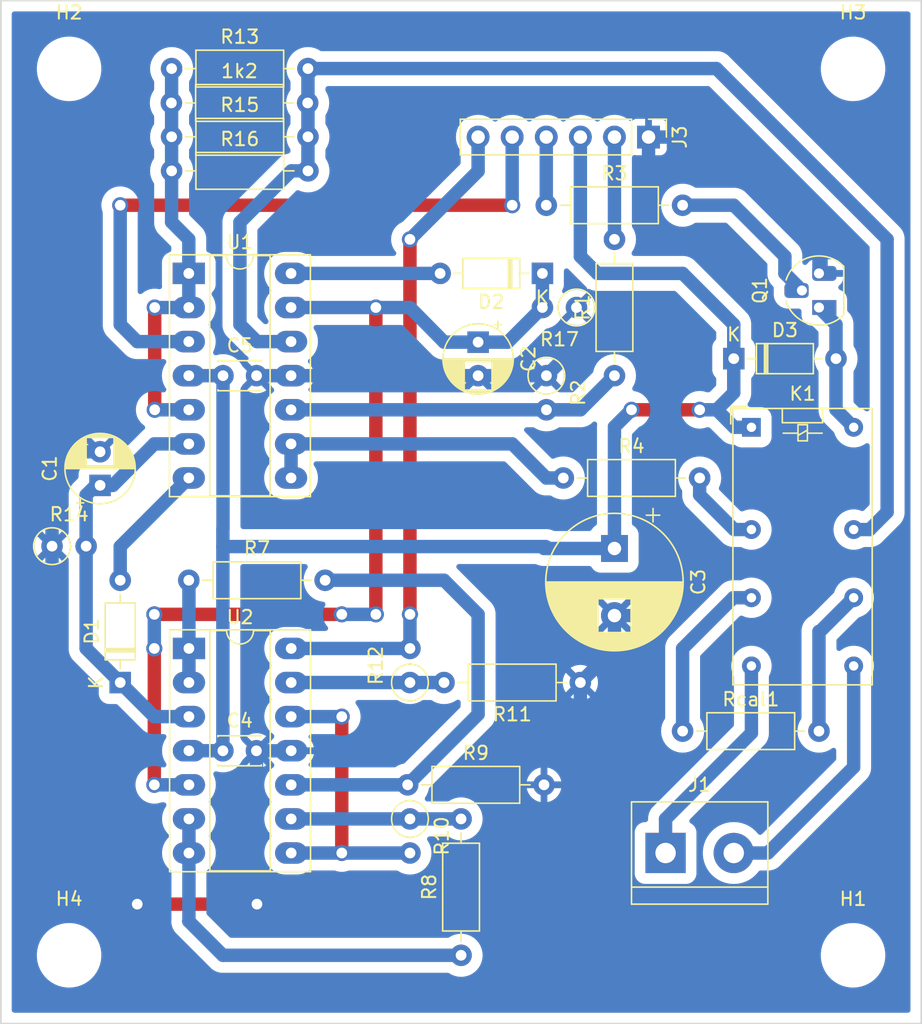
<source format=kicad_pcb>
(kicad_pcb (version 20211014) (generator pcbnew)

  (general
    (thickness 1.6)
  )

  (paper "A4")
  (layers
    (0 "F.Cu" signal)
    (31 "B.Cu" signal)
    (32 "B.Adhes" user "B.Adhesive")
    (33 "F.Adhes" user "F.Adhesive")
    (34 "B.Paste" user)
    (35 "F.Paste" user)
    (36 "B.SilkS" user "B.Silkscreen")
    (37 "F.SilkS" user "F.Silkscreen")
    (38 "B.Mask" user)
    (39 "F.Mask" user)
    (40 "Dwgs.User" user "User.Drawings")
    (41 "Cmts.User" user "User.Comments")
    (42 "Eco1.User" user "User.Eco1")
    (43 "Eco2.User" user "User.Eco2")
    (44 "Edge.Cuts" user)
    (45 "Margin" user)
    (46 "B.CrtYd" user "B.Courtyard")
    (47 "F.CrtYd" user "F.Courtyard")
    (48 "B.Fab" user)
    (49 "F.Fab" user)
    (50 "User.1" user)
    (51 "User.2" user)
    (52 "User.3" user)
    (53 "User.4" user)
    (54 "User.5" user)
    (55 "User.6" user)
    (56 "User.7" user)
    (57 "User.8" user)
    (58 "User.9" user)
  )

  (setup
    (stackup
      (layer "F.SilkS" (type "Top Silk Screen"))
      (layer "F.Paste" (type "Top Solder Paste"))
      (layer "F.Mask" (type "Top Solder Mask") (thickness 0.01))
      (layer "F.Cu" (type "copper") (thickness 0.035))
      (layer "dielectric 1" (type "core") (thickness 1.51) (material "FR4") (epsilon_r 4.5) (loss_tangent 0.02))
      (layer "B.Cu" (type "copper") (thickness 0.035))
      (layer "B.Mask" (type "Bottom Solder Mask") (thickness 0.01))
      (layer "B.Paste" (type "Bottom Solder Paste"))
      (layer "B.SilkS" (type "Bottom Silk Screen"))
      (copper_finish "None")
      (dielectric_constraints no)
    )
    (pad_to_mask_clearance 0)
    (pcbplotparams
      (layerselection 0x00010fc_ffffffff)
      (disableapertmacros false)
      (usegerberextensions false)
      (usegerberattributes true)
      (usegerberadvancedattributes true)
      (creategerberjobfile true)
      (svguseinch false)
      (svgprecision 6)
      (excludeedgelayer true)
      (plotframeref false)
      (viasonmask false)
      (mode 1)
      (useauxorigin false)
      (hpglpennumber 1)
      (hpglpenspeed 20)
      (hpglpendiameter 15.000000)
      (dxfpolygonmode true)
      (dxfimperialunits true)
      (dxfusepcbnewfont true)
      (psnegative false)
      (psa4output false)
      (plotreference true)
      (plotvalue true)
      (plotinvisibletext false)
      (sketchpadsonfab false)
      (subtractmaskfromsilk false)
      (outputformat 1)
      (mirror false)
      (drillshape 1)
      (scaleselection 1)
      (outputdirectory "")
    )
  )

  (net 0 "")
  (net 1 "GND")
  (net 2 "Net-(C2-Pad1)")
  (net 3 "VCC")
  (net 4 "Net-(D1-Pad2)")
  (net 5 "Net-(D2-Pad2)")
  (net 6 "Net-(D3-Pad2)")
  (net 7 "Net-(J1-Pad2)")
  (net 8 "+3.3V")
  (net 9 "relay_probe")
  (net 10 "freq_input")
  (net 11 "output")
  (net 12 "Net-(R13-Pad1)")
  (net 13 "Net-(Q1-Pad2)")
  (net 14 "Net-(R1-Pad1)")
  (net 15 "Net-(R4-Pad1)")
  (net 16 "Net-(R7-Pad1)")
  (net 17 "Net-(R7-Pad2)")
  (net 18 "Net-(R8-Pad1)")
  (net 19 "Net-(R10-Pad1)")
  (net 20 "Net-(R10-Pad2)")
  (net 21 "Net-(R11-Pad2)")
  (net 22 "Net-(K1-Pad13)")
  (net 23 "Net-(J1-Pad1)")
  (net 24 "Net-(C1-Pad1)")
  (net 25 "Net-(K1-Pad4)")
  (net 26 "Net-(K1-Pad6)")
  (net 27 "Net-(K1-Pad11)")

  (footprint "Resistor_THT:R_Axial_DIN0207_L6.3mm_D2.5mm_P10.16mm_Horizontal" (layer "F.Cu") (at 127 81.28 180))

  (footprint "Resistor_THT:R_Axial_DIN0207_L6.3mm_D2.5mm_P10.16mm_Horizontal" (layer "F.Cu") (at 96.52 38.1))

  (footprint "Resistor_THT:R_Axial_DIN0207_L6.3mm_D2.5mm_P10.16mm_Horizontal" (layer "F.Cu") (at 96.54 43.16))

  (footprint "Resistor_THT:R_Axial_DIN0207_L6.3mm_D2.5mm_P10.16mm_Horizontal" (layer "F.Cu") (at 114.13 88.9))

  (footprint "MountingHole:MountingHole_3.2mm_M3" (layer "F.Cu") (at 88.9 101.6))

  (footprint "Diode_THT:D_DO-35_SOD27_P7.62mm_Horizontal" (layer "F.Cu") (at 138.43 57.15))

  (footprint "MountingHole:MountingHole_3.2mm_M3" (layer "F.Cu") (at 147.32 101.6))

  (footprint "Package_DIP:DIP-14_W7.62mm_Socket_LongPads" (layer "F.Cu") (at 97.83 78.74))

  (footprint "Capacitor_THT:CP_Radial_D10.0mm_P5.00mm" (layer "F.Cu") (at 129.54 71.292323 -90))

  (footprint "Package_TO_SOT_THT:TO-92_HandSolder" (layer "F.Cu") (at 144.78 53.34 90))

  (footprint "Diode_THT:D_DO-35_SOD27_P7.62mm_Horizontal" (layer "F.Cu") (at 92.71 81.28 90))

  (footprint "Capacitor_THT:CP_Radial_D5.0mm_P2.50mm" (layer "F.Cu") (at 91.21 66.589 90))

  (footprint "Capacitor_THT:C_Disc_D3.0mm_W2.0mm_P2.50mm" (layer "F.Cu") (at 100.37 58.42))

  (footprint "Resistor_THT:R_Axial_DIN0207_L6.3mm_D2.5mm_P2.54mm_Vertical" (layer "F.Cu") (at 114.3 81.28 90))

  (footprint "Resistor_THT:R_Axial_DIN0207_L6.3mm_D2.5mm_P10.16mm_Horizontal" (layer "F.Cu") (at 96.54 35.54))

  (footprint "MountingHole:MountingHole_3.2mm_M3" (layer "F.Cu") (at 147.32 35.56))

  (footprint "Resistor_THT:R_Axial_DIN0207_L6.3mm_D2.5mm_P10.16mm_Horizontal" (layer "F.Cu") (at 134.62 84.9))

  (footprint "Capacitor_THT:C_Disc_D3.0mm_W2.0mm_P2.50mm" (layer "F.Cu") (at 100.36 86.365))

  (footprint "Resistor_THT:R_Axial_DIN0207_L6.3mm_D2.5mm_P2.54mm_Vertical" (layer "F.Cu") (at 114.3 91.44 -90))

  (footprint "Resistor_THT:R_Axial_DIN0207_L6.3mm_D2.5mm_P2.54mm_Vertical" (layer "F.Cu") (at 126.71 53.34 180))

  (footprint "Resistor_THT:R_Axial_DIN0207_L6.3mm_D2.5mm_P10.16mm_Horizontal" (layer "F.Cu") (at 97.82 73.66))

  (footprint "Resistor_THT:R_Axial_DIN0207_L6.3mm_D2.5mm_P2.54mm_Vertical" (layer "F.Cu") (at 124.47 58.42 -90))

  (footprint "Capacitor_THT:CP_Radial_D5.0mm_P2.50mm" (layer "F.Cu") (at 119.38 55.92 -90))

  (footprint "MountingHole:MountingHole_3.2mm_M3" (layer "F.Cu") (at 88.9 35.56))

  (footprint "TerminalBlock:TerminalBlock_bornier-2_P5.08mm" (layer "F.Cu") (at 133.35 93.98))

  (footprint "Resistor_THT:R_Axial_DIN0207_L6.3mm_D2.5mm_P10.16mm_Horizontal" (layer "F.Cu") (at 118.11 101.6 90))

  (footprint "Resistor_THT:R_Axial_DIN0207_L6.3mm_D2.5mm_P10.16mm_Horizontal" (layer "F.Cu") (at 125.73 66.04))

  (footprint "Resistor_THT:R_Axial_DIN0207_L6.3mm_D2.5mm_P10.16mm_Horizontal" (layer "F.Cu") (at 124.46 45.72))

  (footprint "Resistor_THT:R_Axial_DIN0207_L6.3mm_D2.5mm_P10.16mm_Horizontal" (layer "F.Cu") (at 96.54 40.62))

  (footprint "Relay_THT:Relay_DPDT_Omron_G5V-2" (layer "F.Cu") (at 139.7475 62.2625))

  (footprint "Resistor_THT:R_Axial_DIN0207_L6.3mm_D2.5mm_P10.16mm_Horizontal" (layer "F.Cu") (at 129.54 58.42 90))

  (footprint "Resistor_THT:R_Axial_DIN0207_L6.3mm_D2.5mm_P2.54mm_Vertical" (layer "F.Cu") (at 87.63 71.12))

  (footprint "Package_DIP:DIP-14_W7.62mm_Socket_LongPads" (layer "F.Cu") (at 97.82 50.8))

  (footprint "Diode_THT:D_DO-35_SOD27_P7.62mm_Horizontal" (layer "F.Cu") (at 124.17 50.8 180))

  (footprint "Connector_PinHeader_2.54mm:PinHeader_1x06_P2.54mm_Vertical" (layer "F.Cu") (at 132.08 40.64 -90))

  (gr_line (start 83.82 106.68) (end 83.82 30.48) (layer "Edge.Cuts") (width 0.1) (tstamp 454b2918-9662-4b95-ad4c-c545932cebe9))
  (gr_line (start 152.4 106.68) (end 83.82 106.68) (layer "Edge.Cuts") (width 0.1) (tstamp 6f310fa8-3974-4980-b5f9-f589e681d085))
  (gr_line (start 152.4 30.48) (end 152.4 106.68) (layer "Edge.Cuts") (width 0.1) (tstamp 9372db47-3d03-4fc4-9f28-5bfbf8824c2a))
  (gr_line (start 83.82 30.48) (end 152.4 30.48) (layer "Edge.Cuts") (width 0.1) (tstamp c6ca7a38-b273-4309-a47d-60465d2bb227))

  (segment (start 102.9 97.79) (end 93.98 97.79) (width 1) (layer "F.Cu") (net 1) (tstamp 65ae24bc-e672-4efd-9ff6-5e54c895baaf))
  (via (at 93.98 97.79) (size 1.2) (drill 0.8) (layers "F.Cu" "B.Cu") (net 1) (tstamp 37fcf46f-6f5c-42c9-95fe-2f80d4fa0df5))
  (via (at 102.9 97.79) (size 1.2) (drill 0.8) (layers "F.Cu" "B.Cu") (net 1) (tstamp a46cdab3-39a7-4a8b-9c59-43c3ff08a32d))
  (segment (start 139.7 53.34) (end 142.24 55.88) (width 1) (layer "B.Cu") (net 1) (tstamp 020e4b2d-5787-4042-971e-e621ab0bfb15))
  (segment (start 142.24 55.88) (end 142.24 64.77) (width 1) (layer "B.Cu") (net 1) (tstamp 10c50364-c090-455b-bba5-3b909ae1b25c))
  (segment (start 133.35 63.5) (end 133.35 74.93) (width 1) (layer "B.Cu") (net 1) (tstamp 1cd3c262-1efa-48c2-9b0d-7b81c35be3ff))
  (segment (start 127 91.44) (end 127 81.28) (width 1) (layer "B.Cu") (net 1) (tstamp 1d41bfde-8a89-4ec5-b6fe-31e0ec12a9e7))
  (segment (start 93.98 97.79) (end 92.71 96.52) (width 1) (layer "B.Cu") (net 1) (tstamp 1e02f477-7960-4139-b8b9-7345d0fdf970))
  (segment (start 127 55.89) (end 127 55.88) (width 1) (layer "B.Cu") (net 1) (tstamp 20c61efd-b3ba-4b82-b0d6-41757e8f0cb8))
  (segment (start 124.47 58.42) (end 127 55.89) (width 1) (layer "B.Cu") (net 1) (tstamp 220878b8-f87a-4132-b8a7-127b22899858))
  (segment (start 138.43 64.77) (end 137.16 63.5) (width 1) (layer "B.Cu") (net 1) (tstamp 26a88bdc-02e3-4fcd-80f0-2ad1ee37cbb7))
  (segment (start 133.35 62.865) (end 133.35 63.5) (width 1) (layer "B.Cu") (net 1) (tstamp 2b54b0c1-e49e-49f8-a2e9-2d1b38f4a120))
  (segment (start 133.35 74.93) (end 131.987677 76.292323) (width 1) (layer "B.Cu") (net 1) (tstamp 2e5adc99-c5ac-46ae-be05-b5496b2f3c0f))
  (segment (start 133.35 48.26) (end 137.16 48.26) (width 1) (layer "B.Cu") (net 1) (tstamp 2fc5c943-ad1e-4ae4-b497-17b25c1c6a51))
  (segment (start 142.24 64.77) (end 138.43 64.77) (width 1) (layer "B.Cu") (net 1) (tstamp 4085f72f-190b-4bcf-81bc-a002c647c6b1))
  (segment (start 105.445 86.365) (end 105.45 86.36) (width 1) (layer "B.Cu") (net 1) (tstamp 4303ce52-9769-41b1-a7c0-bf0b9bde0ab2))
  (segment (start 129.54 78.74) (end 129.54 76.292323) (width 1) (layer "B.Cu") (net 1) (tstamp 44eb6e57-95ea-4af9-8ce5-5877afe6c05a))
  (segment (start 139.7 50.8) (end 139.7 53.34) (width 1) (layer "B.Cu") (net 1) (tstamp 49700d89-782d-45fd-8d50-469432066a48))
  (segment (start 92.71 87.63) (end 92.71 96.52) (width 1) (layer "B.Cu") (net 1) (tstamp 4c532325-b9f2-4daf-8537-cb739158eb84))
  (segment (start 127 55.88) (end 130.81 55.88) (width 1) (layer "B.Cu") (net 1) (tstamp 55704a49-d43f-44b6-99bd-ed71bcedd561))
  (segment (start 101.63 96.52) (end 102.9 97.79) (width 1) (layer "B.Cu") (net 1) (tstamp 560cce4e-ab7a-4638-8ced-4572160bbe5f))
  (segment (start 89.581 64.089) (end 91.21 64.089) (width 1) (layer "B.Cu") (net 1) (tstamp 56540d01-ad17-41cf-8ee2-5ea0687e9d2c))
  (segment (start 132.08 40.64) (end 137.16 40.64) (width 1) (layer "B.Cu") (net 1) (tstamp 638857a9-8c9e-49c5-9b76-5f25acc1a025))
  (segment (start 102.9 97.79) (end 120.65 97.79) (width 1) (layer "B.Cu") (net 1) (tstamp 6636d4c9-b5d7-4f3f-8f02-a38562174730))
  (segment (start 137.16 48.26) (end 139.7 50.8) (width 1) (layer "B.Cu") (net 1) (tstamp 66412122-234d-4baa-9154-4c05518b186d))
  (segment (start 102.86 87.67) (end 101.63 88.9) (width 1) (layer "B.Cu") (net 1) (tstamp 693b36f5-3f31-4b2e-8566-436a63c46d59))
  (segment (start 102.86 86.365) (end 105.445 86.365) (width 1) (layer "B.Cu") (net 1) (tstamp 6be9c9de-4661-49ec-bbee-7cd9f081cdeb))
  (segment (start 130.81 55.88) (end 133.35 58.42) (width 1) (layer "B.Cu") (net 1) (tstamp 74554c45-a8aa-4285-bb4e-6c2b6da0fe9f))
  (segment (start 102.86 86.365) (end 102.86 87.67) (width 1) (layer "B.Cu") (net 1) (tstamp 7f39fc8b-fc2e-417a-8ba5-f366a2d7472f))
  (segment (start 132.08 46.99) (end 133.35 48.26) (width 1) (layer "B.Cu") (net 1) (tstamp 8020ffa5-d6e1-4817-b2af-9c1b8aeeb5a0))
  (segment (start 137.16 63.5) (end 133.35 63.5) (width 1) (layer "B.Cu") (net 1) (tstamp 841f4a43-d480-44e6-84bf-1aa74c984986))
  (segment (start 131.987677 76.292323) (end 129.54 76.292323) (width 1) (layer "B.Cu") (net 1) (tstamp 894066c7-48df-400f-b2a5-7dd30917c1b4))
  (segment (start 124.47 58.42) (end 105.44 58.42) (width 1) (layer "B.Cu") (net 1) (tstamp 8cab4e8c-bf70-4558-b7ea-f4f19482a78a))
  (segment (start 129.54 78.74) (end 127 81.28) (width 1) (layer "B.Cu") (net 1) (tstamp 97b65063-3f94-44e5-97a9-6c6025138ef8))
  (segment (start 133.35 58.42) (end 133.35 62.865) (width 1) (layer "B.Cu") (net 1) (tstamp aac08119-8c5f-4181-90de-b702b3735dda))
  (segment (start 87.63 82.55) (end 87.63 66.04) (width 1) (layer "B.Cu") (net 1) (tstamp af223d2f-31f2-4b53-92a3-252a327d51b2))
  (segment (start 120.65 97.79) (end 127 91.44) (width 1) (layer "B.Cu") (net 1) (tstamp bef62dd0-8252-45cd-8c2e-14af87d12dd3))
  (segment (start 102.87 58.42) (end 105.44 58.42) (width 1) (layer "B.Cu") (net 1) (tstamp c8e336eb-b8f6-4af4-ad36-e7a3a882e356))
  (segment (start 87.63 82.55) (end 92.71 87.63) (width 1) (layer "B.Cu") (net 1) (tstamp d9fe2d1d-a5cf-4055-b985-aac5afe82143))
  (segment (start 87.63 66.04) (end 89.581 64.089) (width 1) (layer "B.Cu") (net 1) (tstamp e1a9306f-83e6-4571-9a22-7303533b8000))
  (segment (start 132.08 40.64) (end 132.08 46.99) (width 1) (layer "B.Cu") (net 1) (tstamp e4d59cb3-5a2b-407e-9d35-7c0d78050a82))
  (segment (start 101.63 88.9) (end 101.63 96.52) (width 1) (layer "B.Cu") (net 1) (tstamp f33e451d-48da-47e0-bba5-225151949bb6))
  (segment (start 144.78 48.26) (end 144.78 50.8) (width 1) (layer "B.Cu") (net 1) (tstamp f73bc53f-3b19-47cf-a1fc-d0073ca0d92f))
  (segment (start 137.16 40.64) (end 144.78 48.26) (width 1) (layer "B.Cu") (net 1) (tstamp ff5f6322-1eb2-49d4-b3e8-3e2d158ee3db))
  (segment (start 109.22 76.2) (end 95.25 76.2) (width 1) (layer "F.Cu") (net 2) (tstamp 1dac5723-14f1-46ff-9907-85568449744c))
  (segment (start 111.76 53.34) (end 111.76 76.2) (width 1) (layer "F.Cu") (net 2) (tstamp 3e431422-57b3-4440-90c7-503a5ffbb56c))
  (segment (start 95.25 78.74) (end 95.25 88.9) (width 1) (layer "F.Cu") (net 2) (tstamp a0ea029b-4f24-4e2e-ae9a-941b194148d5))
  (via (at 109.22 76.2) (size 1.2) (drill 0.8) (layers "F.Cu" "B.Cu") (net 2) (tstamp 5cc1f4d0-69ee-4411-85e5-b648f60e68d0))
  (via (at 111.76 76.2) (size 1.2) (drill 0.8) (layers "F.Cu" "B.Cu") (net 2) (tstamp 8b15b899-f636-4295-8f1e-e788dedc5e76))
  (via (at 95.25 76.2) (size 1.2) (drill 0.8) (layers "F.Cu" "B.Cu") (net 2) (tstamp 8fe6b744-fe7f-4248-895f-25d3980543cd))
  (via (at 111.76 53.34) (size 1.2) (drill 0.8) (layers "F.Cu" "B.Cu") (net 2) (tstamp 96fd1e17-5e64-4970-916a-2fa813504e38))
  (via (at 95.25 88.9) (size 1.2) (drill 0.8) (layers "F.Cu" "B.Cu") (net 2) (tstamp a1e05000-66da-4231-a5d6-9e4df511cf7f))
  (via (at 95.25 78.74) (size 1.2) (drill 0.8) (layers "F.Cu" "B.Cu") (net 2) (tstamp e08bdd92-6be2-4c7f-adb3-290214912524))
  (segment (start 95.25 76.2) (end 95.25 78.74) (width 1) (layer "B.Cu") (net 2) (tstamp 0ba6b04a-96a6-4be1-956e-4fb191ac8819))
  (segment (start 124.17 53.34) (end 124.17 50.8) (width 1) (layer "B.Cu") (net 2) (tstamp 231ca5f5-2c9e-4b7b-ac26-3f36beb5f299))
  (segment (start 111.76 53.34) (end 105.44 53.34) (width 1) (layer "B.Cu") (net 2) (tstamp 2d4c606f-15f2-4d04-930c-581207533d57))
  (segment (start 111.76 53.34) (end 114.3 53.34) (width 1) (layer "B.Cu") (net 2) (tstamp 534f6b59-92ad-412b-b6e6-445918bbfeda))
  (segment (start 111.76 76.2) (end 109.22 76.2) (width 1) (layer "B.Cu") (net 2) (tstamp 66e9b452-df10-4239-b0fe-4fd183a9473f))
  (segment (start 119.38 55.92) (end 121.59 55.92) (width 1) (layer "B.Cu") (net 2) (tstamp 70dae736-3394-4ad5-94ab-abb68736e0a4))
  (segment (start 114.3 53.34) (end 116.85 55.92) (width 1) (layer "B.Cu") (net 2) (tstamp 754583a3-066e-4c85-8ad8-f9d463be082f))
  (segment (start 116.85 55.92) (end 119.38 55.92) (width 1) (layer "B.Cu") (net 2) (tstamp 8cca0e8b-09ea-46de-963a-9755aa8b00ea))
  (segment (start 121.59 55.92) (end 124.17 53.34) (width 1) (layer "B.Cu") (net 2) (tstamp 92c45e81-4811-4630-bea4-9e356fe209db))
  (segment (start 97.83 88.9) (end 95.25 88.9) (width 1) (layer "B.Cu") (net 2) (tstamp b2e037f9-3a9c-4741-9b42-25d76841109f))
  (segment (start 130.81 60.96) (end 135.89 60.96) (width 1) (layer "F.Cu") (net 3) (tstamp ee04562a-383a-4d25-8a43-2eab3657794f))
  (via (at 135.89 60.96) (size 1.2) (drill 0.8) (layers "F.Cu" "B.Cu") (net 3) (tstamp 3262ef24-d6dd-43a2-952e-0ba155dfeecc))
  (via (at 130.81 60.96) (size 1.2) (drill 0.8) (layers "F.Cu" "B.Cu") (net 3) (tstamp a065b29f-7d5c-42a8-99b6-33497d4a7f2d))
  (segment (start 100.37 58.42) (end 97.82 58.42) (width 1) (layer "B.Cu") (net 3) (tstamp 05097efa-849b-4c13-9558-3f9e2189779a))
  (segment (start 135.89 60.96) (end 137.16 60.96) (width 1) (layer "B.Cu") (net 3) (tstamp 0d8f781e-9468-4f53-97d0-837e802b195a))
  (segment (start 100.37 58.42) (end 100.37 69.84) (width 1) (layer "B.Cu") (net 3) (tstamp 2645e17a-56d3-4838-8e3e-779bebaf9c11))
  (segment (start 139.7475 62.2625) (end 138.4625 62.2625) (width 1) (layer "B.Cu") (net 3) (tstamp 31e8a603-f5da-455e-9958-1cfa9c66027d))
  (segment (start 97.83 86.36) (end 100.355 86.36) (width 1) (layer "B.Cu") (net 3) (tstamp 5beca7ce-8442-4638-8ea4-34a5d519d2d9))
  (segment (start 134.62 50.8) (end 138.43 54.61) (width 1) (layer "B.Cu") (net 3) (tstamp 67177a0c-523d-4a2a-ad3a-3e966c2ed53e))
  (segment (start 138.4625 62.2625) (end 137.16 60.96) (width 1) (layer "B.Cu") (net 3) (tstamp 6d1f99f2-f476-4355-8c9f-5510f4e863d8))
  (segment (start 128.27 50.8) (end 134.62 50.8) (width 1) (layer "B.Cu") (net 3) (tstamp 8e31853d-bc09-4fe6-a7f3-762105ec8088))
  (segment (start 100.36 71.15) (end 100.36 69.85) (width 1) (layer "B.Cu") (net 3) (tstamp aca4669e-9185-4d16-bbb6-00b64f234067))
  (segment (start 127 40.64) (end 127 49.53) (width 1) (layer "B.Cu") (net 3) (tstamp c2a1bfb5-b0c1-4bb0-b3ff-b9b2278cd34f))
  (segment (start 124.292323 71.292323) (end 124.29 71.29) (width 1) (layer "B.Cu") (net 3) (tstamp c962cbb1-75f6-4544-9ec2-df4f9527572d))
  (segment (start 100.36 86.020354) (end 100.36 71.15) (width 1) (layer "B.Cu") (net 3) (tstamp cfb7851f-f212-4564-9fb9-8220909ca9b8))
  (segment (start 129.54 62.23) (end 129.54 71.292323) (width 1) (layer "B.Cu") (net 3) (tstamp da9fff9d-b76f-4dc3-a6ce-703d1a4e36cb))
  (segment (start 138.43 54.61) (end 138.43 57.15) (width 1) (layer "B.Cu") (net 3) (tstamp dcd38714-3e6a-404d-bb8c-76b90a49a863))
  (segment (start 129.54 62.23) (end 130.81 60.96) (width 1) (layer "B.Cu") (net 3) (tstamp e06bbc48-e92c-4335-9d75-d7bfb4ded14c))
  (segment (start 138.43 57.15) (end 138.43 59.69) (width 1) (layer "B.Cu") (net 3) (tstamp e2310bbb-f6f5-4d05-a4fe-ab66c60fe42e))
  (segment (start 124.43 71.15) (end 100.36 71.15) (width 1) (layer "B.Cu") (net 3) (tstamp ece18ed2-cc2c-43fb-9656-7faf27c0b476))
  (segment (start 127 49.53) (end 128.27 50.8) (width 1) (layer "B.Cu") (net 3) (tstamp eeb34398-5841-4fb3-9ea7-eadb4d9f93f6))
  (segment (start 129.54 71.292323) (end 124.292323 71.292323) (width 1) (layer "B.Cu") (net 3) (tstamp ef2689f8-d9ad-409a-b858-4c801de81bcf))
  (segment (start 137.16 60.96) (end 138.43 59.69) (width 1) (layer "B.Cu") (net 3) (tstamp f3a8563f-2e6d-4bc0-a51d-6c0647939ba0))
  (segment (start 100.355 86.36) (end 100.36 86.365) (width 1) (layer "B.Cu") (net 3) (tstamp f6883890-a207-40dd-861d-17aa69a2077d))
  (segment (start 92.71 71.15) (end 97.82 66.04) (width 1) (layer "B.Cu") (net 4) (tstamp 1cd4674d-7405-4733-9e63-544f3450a337))
  (segment (start 92.71 73.66) (end 92.71 71.15) (width 1) (layer "B.Cu") (net 4) (tstamp 3e97390b-b9f3-4882-b3a1-a04849db44a8))
  (segment (start 116.55 50.8) (end 105.44 50.8) (width 1) (layer "B.Cu") (net 5) (tstamp 27d0bcaf-9ad0-434b-b654-bc80697496e6))
  (segment (start 146.05 60.945) (end 147.3675 62.2625) (width 1) (layer "B.Cu") (net 6) (tstamp 58d4d1b6-8d0d-412b-a592-02ba6ede76b9))
  (segment (start 146.05 57.15) (end 146.05 54.61) (width 1) (layer "B.Cu") (net 6) (tstamp a3f2ef6d-400c-446c-ad08-801bd94b510a))
  (segment (start 146.05 57.15) (end 146.05 60.945) (width 1) (layer "B.Cu") (net 6) (tstamp b7ef8e07-03dd-43d4-958f-0e4321934b8e))
  (segment (start 146.05 54.61) (end 144.78 53.34) (width 1) (layer "B.Cu") (net 6) (tstamp f7685d7f-a898-437a-bb69-d72ea05f5cb9))
  (segment (start 138.43 93.98) (end 140.97 93.98) (width 1) (layer "B.Cu") (net 7) (tstamp 5c969d8a-fb81-47d4-8581-a47ff1eace2f))
  (segment (start 147.3675 87.5825) (end 147.3675 80.0425) (width 1) (layer "B.Cu") (net 7) (tstamp a16900bf-6767-4699-9247-eb9016473547))
  (segment (start 140.97 93.98) (end 147.3675 87.5825) (width 1) (layer "B.Cu") (net 7) (tstamp df9177df-0abe-4f85-9614-96d1f3db2731))
  (segment (start 129.54 48.26) (end 129.54 40.64) (width 1) (layer "B.Cu") (net 8) (tstamp 9e7fdfba-bf8d-44d2-8229-e11d6281b255))
  (segment (start 124.46 45.72) (end 124.46 40.64) (width 1) (layer "B.Cu") (net 9) (tstamp 31dd884d-b612-4c2d-844b-12e28665a8e7))
  (segment (start 121.92 45.72) (end 92.71 45.72) (width 1) (layer "F.Cu") (net 10) (tstamp 7f0c09b9-4636-4aaa-a347-dd82a1fdaa04))
  (via (at 92.71 45.72) (size 1.2) (drill 0.8) (layers "F.Cu" "B.Cu") (net 10) (tstamp 34172b96-f614-4770-9123-0ac27d013573))
  (via (at 121.92 45.72) (size 1.2) (drill 0.8) (layers "F.Cu" "B.Cu") (net 10) (tstamp b00db934-05b2-4d03-ab4a-321919a1a792))
  (segment (start 121.92 45.72) (end 121.92 40.64) (width 1) (layer "B.Cu") (net 10) (tstamp 87181249-b8e4-4c89-b9e5-6ccd82b2c089))
  (segment (start 97.82 55.88) (end 93.98 55.88) (width 1) (layer "B.Cu") (net 10) (tstamp 957e7e11-20fb-42ae-bc41-c95ef5d15098))
  (segment (start 93.98 55.88) (end 92.71 54.61) (width 1) (layer "B.Cu") (net 10) (tstamp c416ea08-be4a-4487-90ae-09afc541331f))
  (segment (start 92.71 54.61) (end 92.71 45.72) (width 1) (layer "B.Cu") (net 10) (tstamp c673bb06-f8ee-4258-983e-460192248746))
  (segment (start 114.3 48.26) (end 114.3 76.2) (width 1) (layer "F.Cu") (net 11) (tstamp c5ea232d-de75-4c32-898d-45ada113bfef))
  (via (at 114.3 76.2) (size 1.2) (drill 0.8) (layers "F.Cu" "B.Cu") (net 11) (tstamp 25dd14e2-284a-4597-9b8b-3a204c51ab3a))
  (via (at 114.3 48.26) (size 1.2) (drill 0.8) (layers "F.Cu" "B.Cu") (net 11) (tstamp 32a43c6c-2380-44a0-bf2e-5125f4720852))
  (segment (start 114.3 76.2) (end 114.3 78.74) (width 1) (layer "B.Cu") (net 11) (tstamp 3e85a44e-5673-440e-af0b-9ac7379c2f05))
  (segment (start 119.38 43.18) (end 114.3 48.26) (width 1) (layer "B.Cu") (net 11) (tstamp 90b64d00-4d73-4363-adf2-a29da60c8ef1))
  (segment (start 119.38 40.64) (end 119.38 43.18) (width 1) (layer "B.Cu") (net 11) (tstamp b804dbac-a625-4f66-b5a2-bd2a14258903))
  (segment (start 114.3 78.74) (end 105.45 78.74) (width 1) (layer "B.Cu") (net 11) (tstamp c58b8546-8129-4075-920f-2be3a12e4f65))
  (segment (start 95.28 60.96) (end 95.28 53.34) (width 1) (layer "F.Cu") (net 12) (tstamp 626b306d-f880-469b-a264-90c2addb64d7))
  (via (at 95.28 53.34) (size 1.2) (drill 0.8) (layers "F.Cu" "B.Cu") (net 12) (tstamp 4c4d555e-a4de-4cf4-bc3f-e0350910d06c))
  (via (at 95.28 60.96) (size 1.2) (drill 0.8) (layers "F.Cu" "B.Cu") (net 12) (tstamp abdce51e-2891-4e9c-be9e-f2abcd4189fa))
  (segment (start 96.54 40.62) (end 96.54 43.16) (width 1) (layer "B.Cu") (net 12) (tstamp 1d9d4b82-2045-4652-bfd4-be07743b4eb8))
  (segment (start 97.82 50.8) (end 97.82 53.34) (width 1) (layer "B.Cu") (net 12) (tstamp 3340e314-70f2-4379-bd68-8fe11b3acd6b))
  (segment (start 97.82 48.26) (end 96.54 46.98) (width 1) (layer "B.Cu") (net 12) (tstamp 44d12362-06d8-437d-8015-b03b88fdb393))
  (segment (start 96.54 35.54) (end 96.54 38.08) (width 1) (layer "B.Cu") (net 12) (tstamp 5d30fe56-3846-4458-9aa1-5cd4a04eaff4))
  (segment (start 95.28 53.34) (end 97.82 53.34) (width 1) (layer "B.Cu") (net 12) (tstamp 5d519fe8-fc77-499c-b1e9-e394526dd297))
  (segment (start 96.54 46.98) (end 96.54 43.16) (width 1) (layer "B.Cu") (net 12) (tstamp 6d43ac0a-3d96-415c-aee4-4f38c35e8a29))
  (segment (start 97.82 60.96) (end 95.28 60.96) (width 1) (layer "B.Cu") (net 12) (tstamp 89b64cc0-6a50-4ab6-af12-2510fd1a7bfe))
  (segment (start 96.54 38.08) (end 96.54 40.62) (width 1) (layer "B.Cu") (net 12) (tstamp 94bf2f9b-af48-4990-9fda-b3dc993e69ed))
  (segment (start 97.82 50.8) (end 97.82 48.26) (width 1) (layer "B.Cu") (net 12) (tstamp dba5cf4c-3155-44e1-a9c4-ab35e2ff34e4))
  (segment (start 138.43 45.72) (end 142.24 49.53) (width 1) (layer "B.Cu") (net 13) (tstamp 85946a7b-58b7-4efa-ab72-6cf68cf0cf27))
  (segment (start 134.62 45.72) (end 138.43 45.72) (width 1) (layer "B.Cu") (net 13) (tstamp c0286ad5-e3e8-4bea-9c56-3b484b0c5a5c))
  (segment (start 142.24 50.8) (end 143.51 52.07) (width 1) (layer "B.Cu") (net 13) (tstamp cb9a328d-41f5-44a3-997c-56dcc31523ad))
  (segment (start 142.24 49.53) (end 142.24 50.8) (width 1) (layer "B.Cu") (net 13) (tstamp cd0e1484-1943-4614-84cc-347eefd4f8b3))
  (segment (start 127 60.96) (end 129.54 58.42) (width 1) (layer "B.Cu") (net 14) (tstamp 525d5bae-e044-4e5a-829c-318a13a8e077))
  (segment (start 124.47 60.96) (end 127 60.96) (width 1) (layer "B.Cu") (net 14) (tstamp 79f4e45b-8855-4bf8-878d-8bfea14aa243))
  (segment (start 105.44 60.96) (end 124.47 60.96) (width 1) (layer "B.Cu") (net 14) (tstamp eb5b9abc-ba73-43f0-851e-caf38ff21eb6))
  (segment (start 124.46 66.04) (end 125.73 66.04) (width 1) (layer "B.Cu") (net 15) (tstamp 615f3d8a-5913-4b78-996b-60ec705cfcf7))
  (segment (start 105.44 63.5) (end 105.44 66.04) (width 1) (layer "B.Cu") (net 15) (tstamp 6305bef7-b996-4aea-90a7-2c53e2ae9599))
  (segment (start 105.44 63.5) (end 121.92 63.5) (width 1) (layer "B.Cu") (net 15) (tstamp 636ed017-03b3-40aa-9598-9fb31b4cd3e5))
  (segment (start 121.92 63.5) (end 124.46 66.04) (width 1) (layer "B.Cu") (net 15) (tstamp 9947a607-c513-4d36-ad28-3c15f2088303))
  (segment (start 97.83 73.67) (end 97.82 73.66) (width 1) (layer "B.Cu") (net 16) (tstamp 34d4b183-f081-4f9f-a44b-7e747494a372))
  (segment (start 97.83 78.74) (end 97.83 73.67) (width 1) (layer "B.Cu") (net 16) (tstamp ca6795ce-51c8-4fdb-bfef-d26bfeb565c9))
  (segment (start 97.83 81.28) (end 97.83 78.74) (width 1) (layer "B.Cu") (net 16) (tstamp cc4f3116-5d4f-4210-a69a-9c8e25b7dd27))
  (segment (start 119.38 76.2) (end 119.38 83.65) (width 1) (layer "B.Cu") (net 17) (tstamp 734c082c-5ab3-44ad-b386-7e77140ea2f8))
  (segment (start 105.45 88.9) (end 114.13 88.9) (width 1) (layer "B.Cu") (net 17) (tstamp 8f1ac3da-1508-4443-b795-2077e546e8c0))
  (segment (start 116.84 73.66) (end 119.38 76.2) (width 1) (layer "B.Cu") (net 17) (tstamp b8b04ed0-ee46-4036-9181-9cd16d8fa11d))
  (segment (start 119.38 83.65) (end 114.13 88.9) (width 1) (layer "B.Cu") (net 17) (tstamp cb28c6d4-717c-4558-9c86-ec39ec3f9f20))
  (segment (start 107.98 73.66) (end 116.84 73.66) (width 1) (layer "B.Cu") (net 17) (tstamp eb3e0024-11e5-4651-b855-2be194000f3e))
  (segment (start 100.36 101.6) (end 97.82 99.06) (width 1) (layer "B.Cu") (net 18) (tstamp 33539953-d6d9-4ba5-af2a-f591bab16c21))
  (segment (start 97.83 93.98) (end 97.83 91.44) (width 1) (layer "B.Cu") (net 18) (tstamp 53d2efef-6302-4f48-8af1-d042b0a3fdb7))
  (segment (start 97.83 99.05) (end 97.83 93.98) (width 1) (layer "B.Cu") (net 18) (tstamp 628bf6d4-c08d-49fc-a4fb-3545cc512ba4))
  (segment (start 97.82 99.06) (end 97.83 99.05) (width 1) (layer "B.Cu") (net 18) (tstamp 9a4d1839-e8e9-4179-bb2e-ce622026228f))
  (segment (start 118.11 101.6) (end 100.36 101.6) (width 1) (layer "B.Cu") (net 18) (tstamp a0805f04-3059-4d9b-9f62-4aff971a7c72))
  (segment (start 114.3 91.44) (end 118.11 91.44) (width 1) (layer "B.Cu") (net 19) (tstamp 24a484e5-3679-47f4-a5d2-2dd0e3229e85))
  (segment (start 114.3 91
... [245404 chars truncated]
</source>
